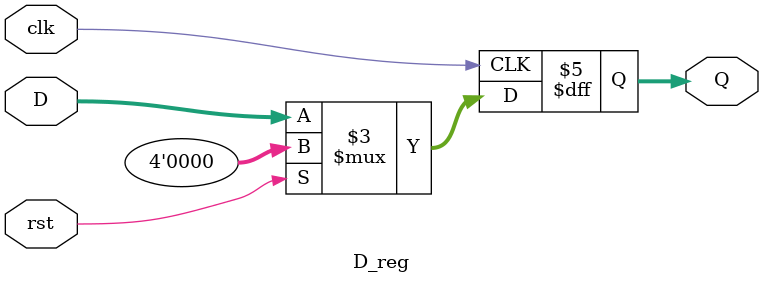
<source format=v>
`timescale 1ns / 1ps


module D_reg
    #(parameter Nbits = 2)
    (output reg [Nbits*2-1:0] Q,
     input [Nbits*2-1:0] D,
     input clk,
     input rst);



   always @(posedge clk) begin
     if (rst) begin
       Q <= {Nbits*2{1'b0}};
      end else begin
         Q <= D;
     end
 end
   
   

				
   
   
   
   
   
	
	endmodule
</source>
